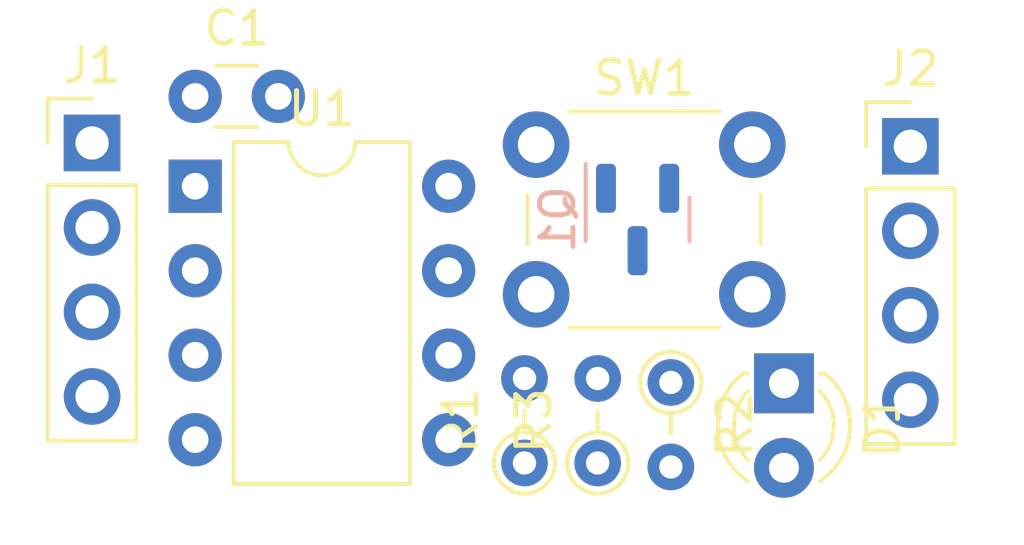
<source format=kicad_pcb>
(kicad_pcb (version 20211014) (generator pcbnew)
  (layers (0 "F.Cu" signal) (31 "B.Cu" signal) (34 "B.Paste" user) (35 "F.Paste" user) (36 "B.SilkS" user "B.Silkscreen") (37 "F.SilkS" user "F.Silkscreen") (38 "B.Mask" user) (39 "F.Mask" user) (44 "Edge.Cuts" user))
  (net 0 "")
  (net 1 "+5V")
  (net 2 "GND")
  (net 3 "Net-(D1-Pad2)")
  (net 4 "Net-(J1-Pad2)")
  (net 5 "Net-(J2-Pad1)")
  (net 6 "Net-(Q1-Pad1)")
  (net 7 "Net-(R1-Pad1)")
  (net 8 "/GATE_CTRL")
  (net 9 "Net-(SW1-Pad1)")
  (net 13 "Net-(J1-Pad3)")
  (footprint "Button_Switch_THT:SW_PUSH_6mm" (layer "F.Cu") (at 136.45 86.25)
    (fp_text reference "SW1" (at 3.25 -2) (layer "F.SilkS"))
    (fp_text value "SW_Push")
    (fp_line (start 1 5.5) (end 5.5 5.5) (layer "F.SilkS") (width 0.12))
    (fp_line (start 5.5 -1) (end 1 -1) (layer "F.SilkS") (width 0.12))
    (fp_line (start 6.75 3) (end 6.75 1.5) (layer "F.SilkS") (width 0.12))
    (fp_line (start -0.25 1.5) (end -0.25 3) (layer "F.SilkS") (width 0.12))
    (pad "1" thru_hole circle (at 0 0 90) (size 2 2) (drill 1.1) (layers *.Cu *.Mask) (net 9 "Net-(SW1-Pad1)"))
    (pad "1" thru_hole circle (at 6.5 0 90) (size 2 2) (drill 1.1) (layers *.Cu *.Mask) (net 9 "Net-(SW1-Pad1)"))
    (pad "2" thru_hole circle (at 0 4.5 90) (size 2 2) (drill 1.1) (layers *.Cu *.Mask) (net 2 "GND"))
    (pad "2" thru_hole circle (at 6.5 4.5 90) (size 2 2) (drill 1.1) (layers *.Cu *.Mask) (net 2 "GND"))
  )
  (footprint "Resistor_THT:R_Axial_DIN0204_L3.6mm_D1.6mm_P2.54mm_Vertical" (layer "F.Cu") (at 140.5 93.4 -90)
    (fp_text reference "R2" (at 1.27 -1.92 90) (layer "F.SilkS"))
    (fp_text value "1k")
    (fp_line (start 0.92 0) (end 1.54 0) (layer "F.SilkS") (width 0.12))
    (fp_circle (center 0 0) (end 0.92 0) (layer "F.SilkS") (width 0.12) (fill none))
    (pad "1" thru_hole circle (at 0 0 270) (size 1.4 1.4) (drill 0.7) (layers *.Cu *.Mask) (net 8 "/GATE_CTRL"))
    (pad "2" thru_hole oval (at 2.54 0 270) (size 1.4 1.4) (drill 0.7) (layers *.Cu *.Mask) (net 6 "Net-(Q1-Pad1)"))
  )
  (footprint "Package_DIP:DIP-8_W7.62mm" (layer "F.Cu") (at 126.2 87.5)
    (fp_text reference "U1" (at 3.81 -2.33) (layer "F.SilkS"))
    (fp_text value "PIC12F683-IP")
    (fp_line (start 1.16 8.95) (end 6.46 8.95) (layer "F.SilkS") (width 0.12))
    (fp_line (start 6.46 8.95) (end 6.46 -1.33) (layer "F.SilkS") (width 0.12))
    (fp_line (start 6.46 -1.33) (end 4.81 -1.33) (layer "F.SilkS") (width 0.12))
    (fp_line (start 2.81 -1.33) (end 1.16 -1.33) (layer "F.SilkS") (width 0.12))
    (fp_line (start 1.16 -1.33) (end 1.16 8.95) (layer "F.SilkS") (width 0.12))
    (fp_arc (start 4.81 -1.33) (mid 3.81 -0.33) (end 2.81 -1.33) (layer "F.SilkS") (width 0.12))
    (pad "1" thru_hole rect (at 0 0) (size 1.6 1.6) (drill 0.8) (layers *.Cu *.Mask) (net 1 "+5V"))
    (pad "2" thru_hole oval (at 0 2.54) (size 1.6 1.6) (drill 0.8) (layers *.Cu *.Mask) (net 8 "/GATE_CTRL"))
    (pad "3" thru_hole oval (at 0 5.08) (size 1.6 1.6) (drill 0.8) (layers *.Cu *.Mask) (net 9 "Net-(SW1-Pad1)"))
    (pad "4" thru_hole oval (at 0 7.62) (size 1.6 1.6) (drill 0.8) (layers *.Cu *.Mask))
    (pad "5" thru_hole oval (at 7.62 7.62) (size 1.6 1.6) (drill 0.8) (layers *.Cu *.Mask) (net 7 "Net-(R1-Pad1)"))
    (pad "6" thru_hole oval (at 7.62 5.08) (size 1.6 1.6) (drill 0.8) (layers *.Cu *.Mask))
    (pad "7" thru_hole oval (at 7.62 2.54) (size 1.6 1.6) (drill 0.8) (layers *.Cu *.Mask))
    (pad "8" thru_hole oval (at 7.62 0) (size 1.6 1.6) (drill 0.8) (layers *.Cu *.Mask) (net 2 "GND"))
  )
  (footprint "Connector_PinHeader_2.54mm:PinHeader_1x04_P2.54mm_Vertical" (layer "F.Cu") (at 123.1 86.2)
    (fp_text reference "J1" (at 0 -2.33) (layer "F.SilkS"))
    (fp_text value "USB_IN")
    (fp_line (start -1.33 1.27) (end -1.33 8.95) (layer "F.SilkS") (width 0.12))
    (fp_line (start -1.33 -1.33) (end 0 -1.33) (layer "F.SilkS") (width 0.12))
    (fp_line (start -1.33 1.27) (end 1.33 1.27) (layer "F.SilkS") (width 0.12))
    (fp_line (start -1.33 8.95) (end 1.33 8.95) (layer "F.SilkS") (width 0.12))
    (fp_line (start 1.33 1.27) (end 1.33 8.95) (layer "F.SilkS") (width 0.12))
    (fp_line (start -1.33 0) (end -1.33 -1.33) (layer "F.SilkS") (width 0.12))
    (pad "1" thru_hole rect (at 0 0) (size 1.7 1.7) (drill 1) (layers *.Cu *.Mask) (net 1 "+5V"))
    (pad "2" thru_hole oval (at 0 2.54) (size 1.7 1.7) (drill 1) (layers *.Cu *.Mask) (net 4 "Net-(J1-Pad2)"))
    (pad "3" thru_hole oval (at 0 5.08) (size 1.7 1.7) (drill 1) (layers *.Cu *.Mask) (net 13 "Net-(J1-Pad3)"))
    (pad "4" thru_hole oval (at 0 7.62) (size 1.7 1.7) (drill 1) (layers *.Cu *.Mask) (net 2 "GND"))
  )
  (footprint "Resistor_THT:R_Axial_DIN0204_L3.6mm_D1.6mm_P2.54mm_Vertical" (layer "F.Cu") (at 136.1 95.82 90)
    (fp_text reference "R1" (at 1.27 -1.92 90) (layer "F.SilkS"))
    (fp_text value "330")
    (fp_line (start 0.92 0) (end 1.54 0) (layer "F.SilkS") (width 0.12))
    (fp_circle (center 0 0) (end 0.92 0) (layer "F.SilkS") (width 0.12) (fill none))
    (pad "1" thru_hole circle (at 0 0 90) (size 1.4 1.4) (drill 0.7) (layers *.Cu *.Mask) (net 7 "Net-(R1-Pad1)"))
    (pad "2" thru_hole oval (at 2.54 0 90) (size 1.4 1.4) (drill 0.7) (layers *.Cu *.Mask) (net 3 "Net-(D1-Pad2)"))
  )
  (footprint "LED_THT:LED_D3.0mm" (layer "F.Cu") (at 143.9 93.425 -90)
    (fp_text reference "D1" (at 1.27 -2.96 90) (layer "F.SilkS"))
    (fp_text value "LED")
    (fp_line (start -0.29 -1.236) (end -0.29 -1.08) (layer "F.SilkS") (width 0.12))
    (fp_line (start -0.29 1.08) (end -0.29 1.236) (layer "F.SilkS") (width 0.12))
    (fp_arc (start 2.31113 1.079837) (mid 1.270117 1.5) (end 0.229039 1.08) (layer "F.SilkS") (width 0.12))
    (fp_arc (start 2.942335 1.078608) (mid 1.366487 1.987659) (end -0.29 1.235516) (layer "F.SilkS") (width 0.12))
    (fp_arc (start -0.29 -1.235516) (mid 1.366487 -1.987659) (end 2.942335 -1.078608) (layer "F.SilkS") (width 0.12))
    (fp_arc (start 0.229039 -1.08) (mid 1.270117 -1.5) (end 2.31113 -1.079837) (layer "F.SilkS") (width 0.12))
    (pad "1" thru_hole rect (at 0 0 270) (size 1.8 1.8) (drill 0.9) (layers *.Cu *.Mask) (net 2 "GND"))
    (pad "2" thru_hole circle (at 2.54 0 270) (size 1.8 1.8) (drill 0.9) (layers *.Cu *.Mask) (net 3 "Net-(D1-Pad2)"))
  )
  (footprint "Resistor_THT:R_Axial_DIN0204_L3.6mm_D1.6mm_P2.54mm_Vertical" (layer "F.Cu") (at 138.3 95.82 90)
    (fp_text reference "R3" (at 1.27 -1.92 90) (layer "F.SilkS"))
    (fp_text value "4k7")
    (fp_line (start 0.92 0) (end 1.54 0) (layer "F.SilkS") (width 0.12))
    (fp_circle (center 0 0) (end 0.92 0) (layer "F.SilkS") (width 0.12) (fill none))
    (pad "1" thru_hole circle (at 0 0 90) (size 1.4 1.4) (drill 0.7) (layers *.Cu *.Mask) (net 1 "+5V"))
    (pad "2" thru_hole oval (at 2.54 0 90) (size 1.4 1.4) (drill 0.7) (layers *.Cu *.Mask) (net 6 "Net-(Q1-Pad1)"))
  )
  (footprint "Connector_PinHeader_2.54mm:PinHeader_1x04_P2.54mm_Vertical" (layer "F.Cu") (at 147.7 86.3)
    (fp_text reference "J2" (at 0 -2.33) (layer "F.SilkS"))
    (fp_text value "USB_OUT")
    (fp_line (start 1.33 1.27) (end 1.33 8.95) (layer "F.SilkS") (width 0.12))
    (fp_line (start -1.33 -1.33) (end 0 -1.33) (layer "F.SilkS") (width 0.12))
    (fp_line (start -1.33 0) (end -1.33 -1.33) (layer "F.SilkS") (width 0.12))
    (fp_line (start -1.33 8.95) (end 1.33 8.95) (layer "F.SilkS") (width 0.12))
    (fp_line (start -1.33 1.27) (end 1.33 1.27) (layer "F.SilkS") (width 0.12))
    (fp_line (start -1.33 1.27) (end -1.33 8.95) (layer "F.SilkS") (width 0.12))
    (pad "1" thru_hole rect (at 0 0) (size 1.7 1.7) (drill 1) (layers *.Cu *.Mask) (net 5 "Net-(J2-Pad1)"))
    (pad "2" thru_hole oval (at 0 2.54) (size 1.7 1.7) (drill 1) (layers *.Cu *.Mask) (net 4 "Net-(J1-Pad2)"))
    (pad "3" thru_hole oval (at 0 5.08) (size 1.7 1.7) (drill 1) (layers *.Cu *.Mask) (net 13 "Net-(J1-Pad3)"))
    (pad "4" thru_hole oval (at 0 7.62) (size 1.7 1.7) (drill 1) (layers *.Cu *.Mask) (net 2 "GND"))
  )
  (footprint "Capacitor_THT:C_Disc_D3.0mm_W1.6mm_P2.50mm" (layer "F.Cu") (at 126.2 84.8)
    (fp_text reference "C1" (at 1.25 -2.05) (layer "F.SilkS"))
    (fp_text value "100n")
    (fp_line (start 0.621 0.92) (end 1.879 0.92) (layer "F.SilkS") (width 0.12))
    (fp_line (start 0.621 -0.92) (end 1.879 -0.92) (layer "F.SilkS") (width 0.12))
    (pad "1" thru_hole circle (at 0 0) (size 1.6 1.6) (drill 0.8) (layers *.Cu *.Mask) (net 1 "+5V"))
    (pad "2" thru_hole circle (at 2.5 0) (size 1.6 1.6) (drill 0.8) (layers *.Cu *.Mask) (net 2 "GND"))
  )
  (footprint "Package_TO_SOT_SMD:SOT-23" (layer "B.Cu") (at 139.5 88.5 -90)
    (fp_text reference "Q1" (at 0 2.4 90) (layer "B.SilkS") (effects (justify mirror)))
    (fp_text value "AO3401A")
    (fp_line (start 0 1.56) (end -1.675 1.56) (layer "B.SilkS") (width 0.12))
    (fp_line (start 0 1.56) (end 0.65 1.56) (layer "B.SilkS") (width 0.12))
    (fp_line (start 0 -1.56) (end 0.65 -1.56) (layer "B.SilkS") (width 0.12))
    (fp_line (start 0 -1.56) (end -0.65 -1.56) (layer "B.SilkS") (width 0.12))
    (pad "1" smd roundrect (at -0.9375 0.95 270) (size 1.475 0.6) (layers "B.Cu" "B.Paste" "B.Mask") (net 6 "Net-(Q1-Pad1)"))
    (pad "2" smd roundrect (at -0.9375 -0.95 270) (size 1.475 0.6) (layers "B.Cu" "B.Paste" "B.Mask") (net 5 "Net-(J2-Pad1)"))
    (pad "3" smd roundrect (at 0.9375 0 270) (size 1.475 0.6) (layers "B.Cu" "B.Paste" "B.Mask") (net 1 "+5V"))
  )
)
</source>
